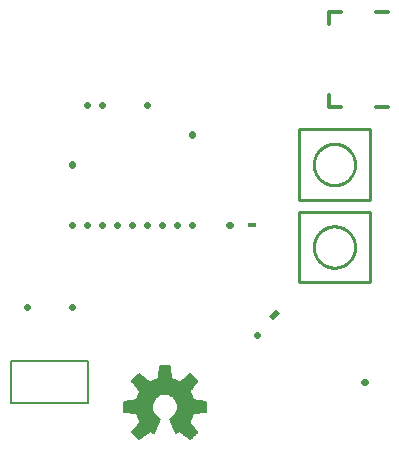
<source format=gbo>
G75*
%MOIN*%
%OFA0B0*%
%FSLAX25Y25*%
%IPPOS*%
%LPD*%
%AMOC8*
5,1,8,0,0,1.08239X$1,22.5*
%
%ADD10C,0.02200*%
%ADD11C,0.00800*%
%ADD12C,0.01200*%
%ADD13R,0.03000X0.01800*%
%ADD14R,0.01800X0.03000*%
%ADD15C,0.01000*%
%ADD16C,0.00591*%
D10*
X0015247Y0080216D02*
X0015487Y0080216D01*
X0030247Y0080216D02*
X0030487Y0080216D01*
X0030487Y0107716D02*
X0030247Y0107716D01*
X0035247Y0107716D02*
X0035487Y0107716D01*
X0040247Y0107716D02*
X0040487Y0107716D01*
X0045247Y0107716D02*
X0045487Y0107716D01*
X0050247Y0107716D02*
X0050487Y0107716D01*
X0055247Y0107716D02*
X0055487Y0107716D01*
X0060247Y0107716D02*
X0060487Y0107716D01*
X0065247Y0107716D02*
X0065487Y0107716D01*
X0070247Y0107716D02*
X0070487Y0107716D01*
X0082747Y0107716D02*
X0082987Y0107716D01*
X0070367Y0137596D02*
X0070367Y0137836D01*
X0055487Y0147716D02*
X0055247Y0147716D01*
X0040487Y0147716D02*
X0040247Y0147716D01*
X0035487Y0147716D02*
X0035247Y0147716D01*
X0030367Y0127836D02*
X0030367Y0127596D01*
X0092050Y0070863D02*
X0092219Y0071033D01*
X0127747Y0055216D02*
X0127987Y0055216D01*
D11*
X0035768Y0048216D02*
X0009965Y0048216D01*
X0009965Y0062216D01*
X0035768Y0062216D01*
X0035768Y0048216D01*
D12*
X0116056Y0146968D02*
X0116056Y0150905D01*
X0116056Y0146968D02*
X0119993Y0146968D01*
X0131804Y0146968D02*
X0135741Y0146968D01*
X0116056Y0174527D02*
X0116056Y0178464D01*
X0116127Y0178436D02*
X0119993Y0178436D01*
X0119993Y0178464D01*
X0131804Y0178464D02*
X0135741Y0178464D01*
D13*
X0090367Y0107716D03*
D14*
G36*
X0097443Y0076019D02*
X0096170Y0077292D01*
X0098291Y0079413D01*
X0099564Y0078140D01*
X0097443Y0076019D01*
G37*
D15*
X0106056Y0088405D02*
X0106056Y0112027D01*
X0129678Y0112027D01*
X0129678Y0088405D01*
X0106056Y0088405D01*
X0110977Y0100216D02*
X0110979Y0100385D01*
X0110985Y0100554D01*
X0110996Y0100723D01*
X0111010Y0100891D01*
X0111029Y0101059D01*
X0111052Y0101227D01*
X0111078Y0101394D01*
X0111109Y0101560D01*
X0111144Y0101726D01*
X0111183Y0101890D01*
X0111227Y0102054D01*
X0111274Y0102216D01*
X0111325Y0102377D01*
X0111380Y0102537D01*
X0111439Y0102696D01*
X0111501Y0102853D01*
X0111568Y0103008D01*
X0111639Y0103162D01*
X0111713Y0103314D01*
X0111791Y0103464D01*
X0111872Y0103612D01*
X0111957Y0103758D01*
X0112046Y0103902D01*
X0112138Y0104044D01*
X0112234Y0104183D01*
X0112333Y0104320D01*
X0112435Y0104455D01*
X0112541Y0104587D01*
X0112650Y0104716D01*
X0112762Y0104843D01*
X0112877Y0104967D01*
X0112995Y0105088D01*
X0113116Y0105206D01*
X0113240Y0105321D01*
X0113367Y0105433D01*
X0113496Y0105542D01*
X0113628Y0105648D01*
X0113763Y0105750D01*
X0113900Y0105849D01*
X0114039Y0105945D01*
X0114181Y0106037D01*
X0114325Y0106126D01*
X0114471Y0106211D01*
X0114619Y0106292D01*
X0114769Y0106370D01*
X0114921Y0106444D01*
X0115075Y0106515D01*
X0115230Y0106582D01*
X0115387Y0106644D01*
X0115546Y0106703D01*
X0115706Y0106758D01*
X0115867Y0106809D01*
X0116029Y0106856D01*
X0116193Y0106900D01*
X0116357Y0106939D01*
X0116523Y0106974D01*
X0116689Y0107005D01*
X0116856Y0107031D01*
X0117024Y0107054D01*
X0117192Y0107073D01*
X0117360Y0107087D01*
X0117529Y0107098D01*
X0117698Y0107104D01*
X0117867Y0107106D01*
X0118036Y0107104D01*
X0118205Y0107098D01*
X0118374Y0107087D01*
X0118542Y0107073D01*
X0118710Y0107054D01*
X0118878Y0107031D01*
X0119045Y0107005D01*
X0119211Y0106974D01*
X0119377Y0106939D01*
X0119541Y0106900D01*
X0119705Y0106856D01*
X0119867Y0106809D01*
X0120028Y0106758D01*
X0120188Y0106703D01*
X0120347Y0106644D01*
X0120504Y0106582D01*
X0120659Y0106515D01*
X0120813Y0106444D01*
X0120965Y0106370D01*
X0121115Y0106292D01*
X0121263Y0106211D01*
X0121409Y0106126D01*
X0121553Y0106037D01*
X0121695Y0105945D01*
X0121834Y0105849D01*
X0121971Y0105750D01*
X0122106Y0105648D01*
X0122238Y0105542D01*
X0122367Y0105433D01*
X0122494Y0105321D01*
X0122618Y0105206D01*
X0122739Y0105088D01*
X0122857Y0104967D01*
X0122972Y0104843D01*
X0123084Y0104716D01*
X0123193Y0104587D01*
X0123299Y0104455D01*
X0123401Y0104320D01*
X0123500Y0104183D01*
X0123596Y0104044D01*
X0123688Y0103902D01*
X0123777Y0103758D01*
X0123862Y0103612D01*
X0123943Y0103464D01*
X0124021Y0103314D01*
X0124095Y0103162D01*
X0124166Y0103008D01*
X0124233Y0102853D01*
X0124295Y0102696D01*
X0124354Y0102537D01*
X0124409Y0102377D01*
X0124460Y0102216D01*
X0124507Y0102054D01*
X0124551Y0101890D01*
X0124590Y0101726D01*
X0124625Y0101560D01*
X0124656Y0101394D01*
X0124682Y0101227D01*
X0124705Y0101059D01*
X0124724Y0100891D01*
X0124738Y0100723D01*
X0124749Y0100554D01*
X0124755Y0100385D01*
X0124757Y0100216D01*
X0124755Y0100047D01*
X0124749Y0099878D01*
X0124738Y0099709D01*
X0124724Y0099541D01*
X0124705Y0099373D01*
X0124682Y0099205D01*
X0124656Y0099038D01*
X0124625Y0098872D01*
X0124590Y0098706D01*
X0124551Y0098542D01*
X0124507Y0098378D01*
X0124460Y0098216D01*
X0124409Y0098055D01*
X0124354Y0097895D01*
X0124295Y0097736D01*
X0124233Y0097579D01*
X0124166Y0097424D01*
X0124095Y0097270D01*
X0124021Y0097118D01*
X0123943Y0096968D01*
X0123862Y0096820D01*
X0123777Y0096674D01*
X0123688Y0096530D01*
X0123596Y0096388D01*
X0123500Y0096249D01*
X0123401Y0096112D01*
X0123299Y0095977D01*
X0123193Y0095845D01*
X0123084Y0095716D01*
X0122972Y0095589D01*
X0122857Y0095465D01*
X0122739Y0095344D01*
X0122618Y0095226D01*
X0122494Y0095111D01*
X0122367Y0094999D01*
X0122238Y0094890D01*
X0122106Y0094784D01*
X0121971Y0094682D01*
X0121834Y0094583D01*
X0121695Y0094487D01*
X0121553Y0094395D01*
X0121409Y0094306D01*
X0121263Y0094221D01*
X0121115Y0094140D01*
X0120965Y0094062D01*
X0120813Y0093988D01*
X0120659Y0093917D01*
X0120504Y0093850D01*
X0120347Y0093788D01*
X0120188Y0093729D01*
X0120028Y0093674D01*
X0119867Y0093623D01*
X0119705Y0093576D01*
X0119541Y0093532D01*
X0119377Y0093493D01*
X0119211Y0093458D01*
X0119045Y0093427D01*
X0118878Y0093401D01*
X0118710Y0093378D01*
X0118542Y0093359D01*
X0118374Y0093345D01*
X0118205Y0093334D01*
X0118036Y0093328D01*
X0117867Y0093326D01*
X0117698Y0093328D01*
X0117529Y0093334D01*
X0117360Y0093345D01*
X0117192Y0093359D01*
X0117024Y0093378D01*
X0116856Y0093401D01*
X0116689Y0093427D01*
X0116523Y0093458D01*
X0116357Y0093493D01*
X0116193Y0093532D01*
X0116029Y0093576D01*
X0115867Y0093623D01*
X0115706Y0093674D01*
X0115546Y0093729D01*
X0115387Y0093788D01*
X0115230Y0093850D01*
X0115075Y0093917D01*
X0114921Y0093988D01*
X0114769Y0094062D01*
X0114619Y0094140D01*
X0114471Y0094221D01*
X0114325Y0094306D01*
X0114181Y0094395D01*
X0114039Y0094487D01*
X0113900Y0094583D01*
X0113763Y0094682D01*
X0113628Y0094784D01*
X0113496Y0094890D01*
X0113367Y0094999D01*
X0113240Y0095111D01*
X0113116Y0095226D01*
X0112995Y0095344D01*
X0112877Y0095465D01*
X0112762Y0095589D01*
X0112650Y0095716D01*
X0112541Y0095845D01*
X0112435Y0095977D01*
X0112333Y0096112D01*
X0112234Y0096249D01*
X0112138Y0096388D01*
X0112046Y0096530D01*
X0111957Y0096674D01*
X0111872Y0096820D01*
X0111791Y0096968D01*
X0111713Y0097118D01*
X0111639Y0097270D01*
X0111568Y0097424D01*
X0111501Y0097579D01*
X0111439Y0097736D01*
X0111380Y0097895D01*
X0111325Y0098055D01*
X0111274Y0098216D01*
X0111227Y0098378D01*
X0111183Y0098542D01*
X0111144Y0098706D01*
X0111109Y0098872D01*
X0111078Y0099038D01*
X0111052Y0099205D01*
X0111029Y0099373D01*
X0111010Y0099541D01*
X0110996Y0099709D01*
X0110985Y0099878D01*
X0110979Y0100047D01*
X0110977Y0100216D01*
X0106056Y0115905D02*
X0106056Y0139527D01*
X0129678Y0139527D01*
X0129678Y0115905D01*
X0106056Y0115905D01*
X0110977Y0127716D02*
X0110979Y0127885D01*
X0110985Y0128054D01*
X0110996Y0128223D01*
X0111010Y0128391D01*
X0111029Y0128559D01*
X0111052Y0128727D01*
X0111078Y0128894D01*
X0111109Y0129060D01*
X0111144Y0129226D01*
X0111183Y0129390D01*
X0111227Y0129554D01*
X0111274Y0129716D01*
X0111325Y0129877D01*
X0111380Y0130037D01*
X0111439Y0130196D01*
X0111501Y0130353D01*
X0111568Y0130508D01*
X0111639Y0130662D01*
X0111713Y0130814D01*
X0111791Y0130964D01*
X0111872Y0131112D01*
X0111957Y0131258D01*
X0112046Y0131402D01*
X0112138Y0131544D01*
X0112234Y0131683D01*
X0112333Y0131820D01*
X0112435Y0131955D01*
X0112541Y0132087D01*
X0112650Y0132216D01*
X0112762Y0132343D01*
X0112877Y0132467D01*
X0112995Y0132588D01*
X0113116Y0132706D01*
X0113240Y0132821D01*
X0113367Y0132933D01*
X0113496Y0133042D01*
X0113628Y0133148D01*
X0113763Y0133250D01*
X0113900Y0133349D01*
X0114039Y0133445D01*
X0114181Y0133537D01*
X0114325Y0133626D01*
X0114471Y0133711D01*
X0114619Y0133792D01*
X0114769Y0133870D01*
X0114921Y0133944D01*
X0115075Y0134015D01*
X0115230Y0134082D01*
X0115387Y0134144D01*
X0115546Y0134203D01*
X0115706Y0134258D01*
X0115867Y0134309D01*
X0116029Y0134356D01*
X0116193Y0134400D01*
X0116357Y0134439D01*
X0116523Y0134474D01*
X0116689Y0134505D01*
X0116856Y0134531D01*
X0117024Y0134554D01*
X0117192Y0134573D01*
X0117360Y0134587D01*
X0117529Y0134598D01*
X0117698Y0134604D01*
X0117867Y0134606D01*
X0118036Y0134604D01*
X0118205Y0134598D01*
X0118374Y0134587D01*
X0118542Y0134573D01*
X0118710Y0134554D01*
X0118878Y0134531D01*
X0119045Y0134505D01*
X0119211Y0134474D01*
X0119377Y0134439D01*
X0119541Y0134400D01*
X0119705Y0134356D01*
X0119867Y0134309D01*
X0120028Y0134258D01*
X0120188Y0134203D01*
X0120347Y0134144D01*
X0120504Y0134082D01*
X0120659Y0134015D01*
X0120813Y0133944D01*
X0120965Y0133870D01*
X0121115Y0133792D01*
X0121263Y0133711D01*
X0121409Y0133626D01*
X0121553Y0133537D01*
X0121695Y0133445D01*
X0121834Y0133349D01*
X0121971Y0133250D01*
X0122106Y0133148D01*
X0122238Y0133042D01*
X0122367Y0132933D01*
X0122494Y0132821D01*
X0122618Y0132706D01*
X0122739Y0132588D01*
X0122857Y0132467D01*
X0122972Y0132343D01*
X0123084Y0132216D01*
X0123193Y0132087D01*
X0123299Y0131955D01*
X0123401Y0131820D01*
X0123500Y0131683D01*
X0123596Y0131544D01*
X0123688Y0131402D01*
X0123777Y0131258D01*
X0123862Y0131112D01*
X0123943Y0130964D01*
X0124021Y0130814D01*
X0124095Y0130662D01*
X0124166Y0130508D01*
X0124233Y0130353D01*
X0124295Y0130196D01*
X0124354Y0130037D01*
X0124409Y0129877D01*
X0124460Y0129716D01*
X0124507Y0129554D01*
X0124551Y0129390D01*
X0124590Y0129226D01*
X0124625Y0129060D01*
X0124656Y0128894D01*
X0124682Y0128727D01*
X0124705Y0128559D01*
X0124724Y0128391D01*
X0124738Y0128223D01*
X0124749Y0128054D01*
X0124755Y0127885D01*
X0124757Y0127716D01*
X0124755Y0127547D01*
X0124749Y0127378D01*
X0124738Y0127209D01*
X0124724Y0127041D01*
X0124705Y0126873D01*
X0124682Y0126705D01*
X0124656Y0126538D01*
X0124625Y0126372D01*
X0124590Y0126206D01*
X0124551Y0126042D01*
X0124507Y0125878D01*
X0124460Y0125716D01*
X0124409Y0125555D01*
X0124354Y0125395D01*
X0124295Y0125236D01*
X0124233Y0125079D01*
X0124166Y0124924D01*
X0124095Y0124770D01*
X0124021Y0124618D01*
X0123943Y0124468D01*
X0123862Y0124320D01*
X0123777Y0124174D01*
X0123688Y0124030D01*
X0123596Y0123888D01*
X0123500Y0123749D01*
X0123401Y0123612D01*
X0123299Y0123477D01*
X0123193Y0123345D01*
X0123084Y0123216D01*
X0122972Y0123089D01*
X0122857Y0122965D01*
X0122739Y0122844D01*
X0122618Y0122726D01*
X0122494Y0122611D01*
X0122367Y0122499D01*
X0122238Y0122390D01*
X0122106Y0122284D01*
X0121971Y0122182D01*
X0121834Y0122083D01*
X0121695Y0121987D01*
X0121553Y0121895D01*
X0121409Y0121806D01*
X0121263Y0121721D01*
X0121115Y0121640D01*
X0120965Y0121562D01*
X0120813Y0121488D01*
X0120659Y0121417D01*
X0120504Y0121350D01*
X0120347Y0121288D01*
X0120188Y0121229D01*
X0120028Y0121174D01*
X0119867Y0121123D01*
X0119705Y0121076D01*
X0119541Y0121032D01*
X0119377Y0120993D01*
X0119211Y0120958D01*
X0119045Y0120927D01*
X0118878Y0120901D01*
X0118710Y0120878D01*
X0118542Y0120859D01*
X0118374Y0120845D01*
X0118205Y0120834D01*
X0118036Y0120828D01*
X0117867Y0120826D01*
X0117698Y0120828D01*
X0117529Y0120834D01*
X0117360Y0120845D01*
X0117192Y0120859D01*
X0117024Y0120878D01*
X0116856Y0120901D01*
X0116689Y0120927D01*
X0116523Y0120958D01*
X0116357Y0120993D01*
X0116193Y0121032D01*
X0116029Y0121076D01*
X0115867Y0121123D01*
X0115706Y0121174D01*
X0115546Y0121229D01*
X0115387Y0121288D01*
X0115230Y0121350D01*
X0115075Y0121417D01*
X0114921Y0121488D01*
X0114769Y0121562D01*
X0114619Y0121640D01*
X0114471Y0121721D01*
X0114325Y0121806D01*
X0114181Y0121895D01*
X0114039Y0121987D01*
X0113900Y0122083D01*
X0113763Y0122182D01*
X0113628Y0122284D01*
X0113496Y0122390D01*
X0113367Y0122499D01*
X0113240Y0122611D01*
X0113116Y0122726D01*
X0112995Y0122844D01*
X0112877Y0122965D01*
X0112762Y0123089D01*
X0112650Y0123216D01*
X0112541Y0123345D01*
X0112435Y0123477D01*
X0112333Y0123612D01*
X0112234Y0123749D01*
X0112138Y0123888D01*
X0112046Y0124030D01*
X0111957Y0124174D01*
X0111872Y0124320D01*
X0111791Y0124468D01*
X0111713Y0124618D01*
X0111639Y0124770D01*
X0111568Y0124924D01*
X0111501Y0125079D01*
X0111439Y0125236D01*
X0111380Y0125395D01*
X0111325Y0125555D01*
X0111274Y0125716D01*
X0111227Y0125878D01*
X0111183Y0126042D01*
X0111144Y0126206D01*
X0111109Y0126372D01*
X0111078Y0126538D01*
X0111052Y0126705D01*
X0111029Y0126873D01*
X0111010Y0127041D01*
X0110996Y0127209D01*
X0110985Y0127378D01*
X0110979Y0127547D01*
X0110977Y0127716D01*
D16*
X0063046Y0060643D02*
X0059688Y0060643D01*
X0059236Y0056197D01*
X0058230Y0055905D01*
X0057263Y0055505D01*
X0056347Y0055000D01*
X0052883Y0057824D01*
X0050508Y0055449D01*
X0053332Y0051986D01*
X0052828Y0051069D01*
X0052427Y0050102D01*
X0052136Y0049097D01*
X0047690Y0048645D01*
X0047690Y0045287D01*
X0052136Y0044835D01*
X0052427Y0043830D01*
X0052828Y0042863D01*
X0053332Y0041946D01*
X0050508Y0038482D01*
X0052883Y0036108D01*
X0056347Y0038932D01*
X0057029Y0038544D01*
X0057741Y0038213D01*
X0059719Y0042987D01*
X0059005Y0043365D01*
X0058374Y0043869D01*
X0057849Y0044483D01*
X0057447Y0045183D01*
X0057183Y0045946D01*
X0057066Y0046746D01*
X0057101Y0047552D01*
X0057285Y0048339D01*
X0057613Y0049076D01*
X0058073Y0049740D01*
X0058649Y0050306D01*
X0059321Y0050755D01*
X0060064Y0051070D01*
X0060853Y0051241D01*
X0061661Y0051262D01*
X0062458Y0051132D01*
X0063216Y0050855D01*
X0063910Y0050441D01*
X0064514Y0049905D01*
X0065007Y0049266D01*
X0065373Y0048546D01*
X0065597Y0047770D01*
X0065673Y0046966D01*
X0065612Y0046245D01*
X0065431Y0045544D01*
X0065136Y0044883D01*
X0064734Y0044281D01*
X0064236Y0043755D01*
X0063658Y0043320D01*
X0063015Y0042987D01*
X0064992Y0038213D01*
X0065704Y0038544D01*
X0066387Y0038932D01*
X0069850Y0036108D01*
X0072225Y0038482D01*
X0069401Y0041946D01*
X0069906Y0042863D01*
X0070306Y0043830D01*
X0070597Y0044835D01*
X0075043Y0045287D01*
X0075043Y0048645D01*
X0070597Y0049097D01*
X0070306Y0050102D01*
X0069906Y0051069D01*
X0069401Y0051986D01*
X0072225Y0055449D01*
X0069850Y0057824D01*
X0066387Y0055000D01*
X0065470Y0055505D01*
X0064503Y0055905D01*
X0063498Y0056197D01*
X0063046Y0060643D01*
X0063101Y0060100D02*
X0059632Y0060100D01*
X0059573Y0059511D02*
X0063161Y0059511D01*
X0063221Y0058922D02*
X0059513Y0058922D01*
X0059453Y0058333D02*
X0063281Y0058333D01*
X0063340Y0057744D02*
X0059393Y0057744D01*
X0059333Y0057155D02*
X0063400Y0057155D01*
X0063460Y0056566D02*
X0059273Y0056566D01*
X0058477Y0055977D02*
X0064256Y0055977D01*
X0065683Y0055388D02*
X0057051Y0055388D01*
X0055871Y0055388D02*
X0050559Y0055388D01*
X0051036Y0055977D02*
X0055149Y0055977D01*
X0054426Y0056566D02*
X0051625Y0056566D01*
X0052214Y0057155D02*
X0053704Y0057155D01*
X0052981Y0057744D02*
X0052803Y0057744D01*
X0051039Y0054799D02*
X0071694Y0054799D01*
X0072175Y0055388D02*
X0066862Y0055388D01*
X0067585Y0055977D02*
X0071697Y0055977D01*
X0071108Y0056566D02*
X0068307Y0056566D01*
X0069029Y0057155D02*
X0070519Y0057155D01*
X0069930Y0057744D02*
X0069752Y0057744D01*
X0071214Y0054210D02*
X0051519Y0054210D01*
X0052000Y0053621D02*
X0070734Y0053621D01*
X0070253Y0053031D02*
X0052480Y0053031D01*
X0052960Y0052442D02*
X0069773Y0052442D01*
X0069474Y0051853D02*
X0053259Y0051853D01*
X0052935Y0051264D02*
X0069798Y0051264D01*
X0070069Y0050675D02*
X0063517Y0050675D01*
X0064310Y0050086D02*
X0070311Y0050086D01*
X0070481Y0049497D02*
X0064829Y0049497D01*
X0065189Y0048908D02*
X0072456Y0048908D01*
X0075043Y0048319D02*
X0065438Y0048319D01*
X0065601Y0047730D02*
X0075043Y0047730D01*
X0075043Y0047141D02*
X0065656Y0047141D01*
X0065638Y0046552D02*
X0075043Y0046552D01*
X0075043Y0045963D02*
X0065539Y0045963D01*
X0065355Y0045374D02*
X0075043Y0045374D01*
X0070583Y0044785D02*
X0065070Y0044785D01*
X0064653Y0044196D02*
X0070412Y0044196D01*
X0070214Y0043606D02*
X0064039Y0043606D01*
X0063073Y0043017D02*
X0069970Y0043017D01*
X0069667Y0042428D02*
X0063246Y0042428D01*
X0063490Y0041839D02*
X0069488Y0041839D01*
X0069968Y0041250D02*
X0063734Y0041250D01*
X0063978Y0040661D02*
X0070448Y0040661D01*
X0070929Y0040072D02*
X0064222Y0040072D01*
X0064466Y0039483D02*
X0071409Y0039483D01*
X0071889Y0038894D02*
X0066433Y0038894D01*
X0066321Y0038894D02*
X0064710Y0038894D01*
X0064954Y0038305D02*
X0065189Y0038305D01*
X0067155Y0038305D02*
X0072047Y0038305D01*
X0071458Y0037716D02*
X0067878Y0037716D01*
X0068600Y0037127D02*
X0070869Y0037127D01*
X0070280Y0036538D02*
X0069323Y0036538D01*
X0058755Y0040661D02*
X0052285Y0040661D01*
X0051805Y0040072D02*
X0058511Y0040072D01*
X0058267Y0039483D02*
X0051324Y0039483D01*
X0050844Y0038894D02*
X0056300Y0038894D01*
X0056413Y0038894D02*
X0058023Y0038894D01*
X0057779Y0038305D02*
X0057544Y0038305D01*
X0055578Y0038305D02*
X0050686Y0038305D01*
X0051275Y0037716D02*
X0054856Y0037716D01*
X0054133Y0037127D02*
X0051864Y0037127D01*
X0052453Y0036538D02*
X0053411Y0036538D01*
X0052765Y0041250D02*
X0058999Y0041250D01*
X0059243Y0041839D02*
X0053246Y0041839D01*
X0053067Y0042428D02*
X0059487Y0042428D01*
X0059662Y0043017D02*
X0052764Y0043017D01*
X0052520Y0043606D02*
X0058703Y0043606D01*
X0058095Y0044196D02*
X0052321Y0044196D01*
X0052150Y0044785D02*
X0057675Y0044785D01*
X0057381Y0045374D02*
X0047690Y0045374D01*
X0047690Y0045963D02*
X0057181Y0045963D01*
X0057094Y0046552D02*
X0047690Y0046552D01*
X0047690Y0047141D02*
X0057083Y0047141D01*
X0057142Y0047730D02*
X0047690Y0047730D01*
X0047690Y0048319D02*
X0057281Y0048319D01*
X0057538Y0048908D02*
X0050278Y0048908D01*
X0052252Y0049497D02*
X0057905Y0049497D01*
X0058425Y0050086D02*
X0052423Y0050086D01*
X0052665Y0050675D02*
X0059201Y0050675D01*
M02*

</source>
